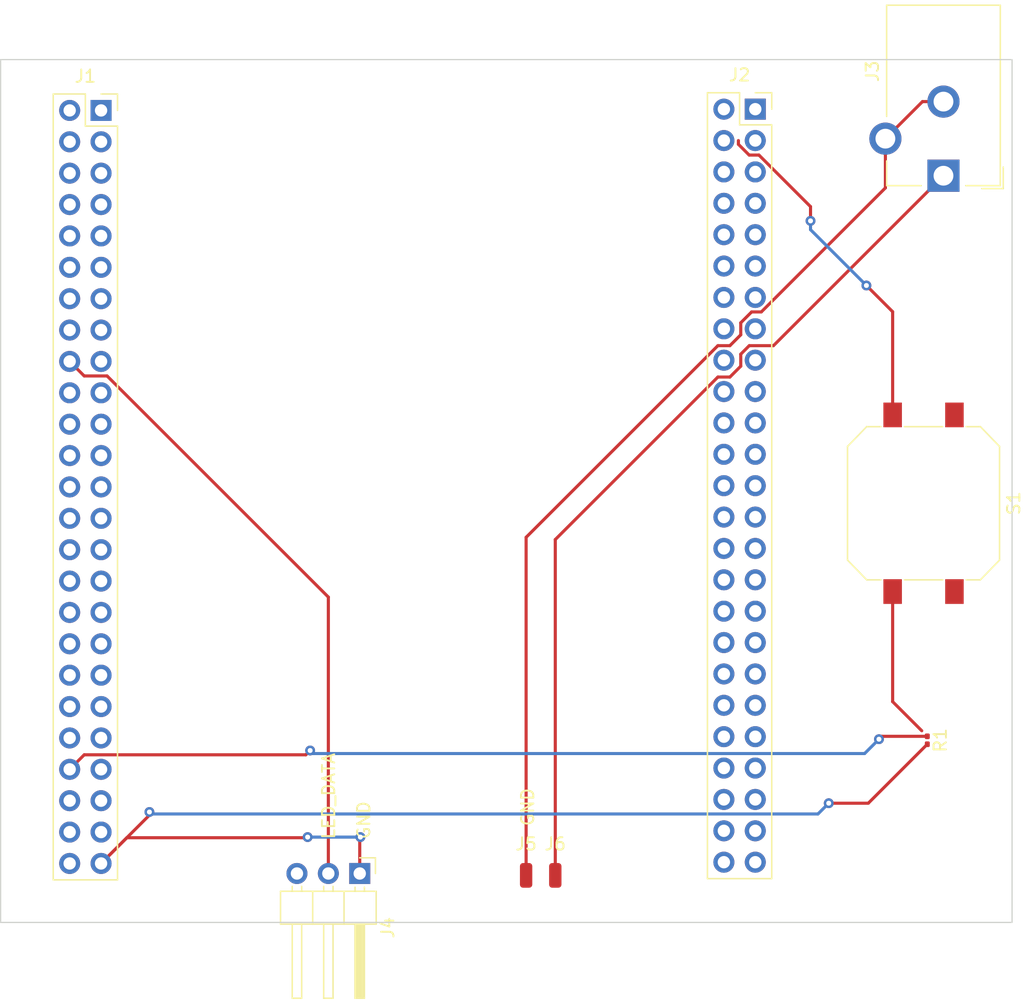
<source format=kicad_pcb>
(kicad_pcb (version 20221018) (generator pcbnew)
  (layers (0 "F.Cu" signal) (31 "B.Cu" signal) (34 "B.Paste" user) (35 "F.Paste" user) (36 "B.SilkS" user "B.Silkscreen") (37 "F.SilkS" user "F.Silkscreen") (38 "B.Mask" user) (39 "F.Mask" user) (44 "Edge.Cuts" user))
  (net 0 "")
  (net 1 "GND")
  (net 16 "LED_DATA")
  (net 42 "Button")
  (net 47 "+5V")
  (net 102 "GND_EXT")
  (footprint "Connector_Wire:SolderWirePad_1x01_SMD_1x2mm" (layer "F.Cu") (at 114.5772 121.158)
    (fp_text reference "J6" (at 0 -2.54) (layer "F.SilkS"))
    (fp_text value "Conn_01x01_Pin")
    (pad "1" smd roundrect (at 0 0) (size 1 2) (layers "F.Cu" "F.Paste" "F.Mask") (net 47 "+5V"))
  )
  (footprint "Connector_PinSocket_2.54mm:PinSocket_2x25_P2.54mm_Vertical" (layer "F.Cu") (at 130.7592 59.1312)
    (fp_text reference "J2" (at -1.27 -2.77) (layer "F.SilkS"))
    (fp_text value "Conn_02x25_Odd_Even")
    (fp_line (start -3.87 -1.33) (end -3.87 62.29) (stroke (width 0.12)) (layer "F.SilkS"))
    (fp_line (start -3.87 -1.33) (end -1.27 -1.33) (stroke (width 0.12)) (layer "F.SilkS"))
    (fp_line (start -3.87 62.29) (end 1.33 62.29) (stroke (width 0.12)) (layer "F.SilkS"))
    (fp_line (start -1.27 -1.33) (end -1.27 1.27) (stroke (width 0.12)) (layer "F.SilkS"))
    (fp_line (start -1.27 1.27) (end 1.33 1.27) (stroke (width 0.12)) (layer "F.SilkS"))
    (fp_line (start 0 -1.33) (end 1.33 -1.33) (stroke (width 0.12)) (layer "F.SilkS"))
    (fp_line (start 1.33 -1.33) (end 1.33 0) (stroke (width 0.12)) (layer "F.SilkS"))
    (fp_line (start 1.33 1.27) (end 1.33 62.29) (stroke (width 0.12)) (layer "F.SilkS"))
    (pad "1" thru_hole rect (at 0 0) (size 1.7 1.7) (drill 1) (layers "*.Cu" "*.Mask"))
    (pad "2" thru_hole oval (at -2.54 0) (size 1.7 1.7) (drill 1) (layers "*.Cu" "*.Mask"))
    (pad "3" thru_hole oval (at 0 2.54) (size 1.7 1.7) (drill 1) (layers "*.Cu" "*.Mask"))
    (pad "4" thru_hole oval (at -2.54 2.54) (size 1.7 1.7) (drill 1) (layers "*.Cu" "*.Mask") (net 47 "+5V"))
    (pad "5" thru_hole oval (at 0 5.08) (size 1.7 1.7) (drill 1) (layers "*.Cu" "*.Mask"))
    (pad "6" thru_hole oval (at -2.54 5.08) (size 1.7 1.7) (drill 1) (layers "*.Cu" "*.Mask"))
    (pad "7" thru_hole oval (at 0 7.62) (size 1.7 1.7) (drill 1) (layers "*.Cu" "*.Mask"))
    (pad "8" thru_hole oval (at -2.54 7.62) (size 1.7 1.7) (drill 1) (layers "*.Cu" "*.Mask"))
    (pad "9" thru_hole oval (at 0 10.16) (size 1.7 1.7) (drill 1) (layers "*.Cu" "*.Mask"))
    (pad "10" thru_hole oval (at -2.54 10.16) (size 1.7 1.7) (drill 1) (layers "*.Cu" "*.Mask"))
    (pad "11" thru_hole oval (at 0 12.7) (size 1.7 1.7) (drill 1) (layers "*.Cu" "*.Mask"))
    (pad "12" thru_hole oval (at -2.54 12.7) (size 1.7 1.7) (drill 1) (layers "*.Cu" "*.Mask"))
    (pad "13" thru_hole oval (at 0 15.24) (size 1.7 1.7) (drill 1) (layers "*.Cu" "*.Mask"))
    (pad "14" thru_hole oval (at -2.54 15.24) (size 1.7 1.7) (drill 1) (layers "*.Cu" "*.Mask"))
    (pad "15" thru_hole oval (at 0 17.78) (size 1.7 1.7) (drill 1) (layers "*.Cu" "*.Mask"))
    (pad "16" thru_hole oval (at -2.54 17.78) (size 1.7 1.7) (drill 1) (layers "*.Cu" "*.Mask"))
    (pad "17" thru_hole oval (at 0 20.32) (size 1.7 1.7) (drill 1) (layers "*.Cu" "*.Mask"))
    (pad "18" thru_hole oval (at -2.54 20.32) (size 1.7 1.7) (drill 1) (layers "*.Cu" "*.Mask"))
    (pad "19" thru_hole oval (at 0 22.86) (size 1.7 1.7) (drill 1) (layers "*.Cu" "*.Mask"))
    (pad "20" thru_hole oval (at -2.54 22.86) (size 1.7 1.7) (drill 1) (layers "*.Cu" "*.Mask"))
    (pad "21" thru_hole oval (at 0 25.4) (size 1.7 1.7) (drill 1) (layers "*.Cu" "*.Mask"))
    (pad "22" thru_hole oval (at -2.54 25.4) (size 1.7 1.7) (drill 1) (layers "*.Cu" "*.Mask"))
    (pad "23" thru_hole oval (at 0 27.94) (size 1.7 1.7) (drill 1) (layers "*.Cu" "*.Mask"))
    (pad "24" thru_hole oval (at -2.54 27.94) (size 1.7 1.7) (drill 1) (layers "*.Cu" "*.Mask"))
    (pad "25" thru_hole oval (at 0 30.48) (size 1.7 1.7) (drill 1) (layers "*.Cu" "*.Mask"))
    (pad "26" thru_hole oval (at -2.54 30.48) (size 1.7 1.7) (drill 1) (layers "*.Cu" "*.Mask"))
    (pad "27" thru_hole oval (at 0 33.02) (size 1.7 1.7) (drill 1) (layers "*.Cu" "*.Mask"))
    (pad "28" thru_hole oval (at -2.54 33.02) (size 1.7 1.7) (drill 1) (layers "*.Cu" "*.Mask"))
    (pad "29" thru_hole oval (at 0 35.56) (size 1.7 1.7) (drill 1) (layers "*.Cu" "*.Mask"))
    (pad "30" thru_hole oval (at -2.54 35.56) (size 1.7 1.7) (drill 1) (layers "*.Cu" "*.Mask"))
    (pad "31" thru_hole oval (at 0 38.1) (size 1.7 1.7) (drill 1) (layers "*.Cu" "*.Mask"))
    (pad "32" thru_hole oval (at -2.54 38.1) (size 1.7 1.7) (drill 1) (layers "*.Cu" "*.Mask"))
    (pad "33" thru_hole oval (at 0 40.64) (size 1.7 1.7) (drill 1) (layers "*.Cu" "*.Mask"))
    (pad "34" thru_hole oval (at -2.54 40.64) (size 1.7 1.7) (drill 1) (layers "*.Cu" "*.Mask"))
    (pad "35" thru_hole oval (at 0 43.18) (size 1.7 1.7) (drill 1) (layers "*.Cu" "*.Mask"))
    (pad "36" thru_hole oval (at -2.54 43.18) (size 1.7 1.7) (drill 1) (layers "*.Cu" "*.Mask"))
    (pad "37" thru_hole oval (at 0 45.72) (size 1.7 1.7) (drill 1) (layers "*.Cu" "*.Mask"))
    (pad "38" thru_hole oval (at -2.54 45.72) (size 1.7 1.7) (drill 1) (layers "*.Cu" "*.Mask"))
    (pad "39" thru_hole oval (at 0 48.26) (size 1.7 1.7) (drill 1) (layers "*.Cu" "*.Mask"))
    (pad "40" thru_hole oval (at -2.54 48.26) (size 1.7 1.7) (drill 1) (layers "*.Cu" "*.Mask"))
    (pad "41" thru_hole oval (at 0 50.8) (size 1.7 1.7) (drill 1) (layers "*.Cu" "*.Mask"))
    (pad "42" thru_hole oval (at -2.54 50.8) (size 1.7 1.7) (drill 1) (layers "*.Cu" "*.Mask"))
    (pad "43" thru_hole oval (at 0 53.34) (size 1.7 1.7) (drill 1) (layers "*.Cu" "*.Mask"))
    (pad "44" thru_hole oval (at -2.54 53.34) (size 1.7 1.7) (drill 1) (layers "*.Cu" "*.Mask"))
    (pad "45" thru_hole oval (at 0 55.88) (size 1.7 1.7) (drill 1) (layers "*.Cu" "*.Mask"))
    (pad "46" thru_hole oval (at -2.54 55.88) (size 1.7 1.7) (drill 1) (layers "*.Cu" "*.Mask"))
    (pad "47" thru_hole oval (at 0 58.42) (size 1.7 1.7) (drill 1) (layers "*.Cu" "*.Mask"))
    (pad "48" thru_hole oval (at -2.54 58.42) (size 1.7 1.7) (drill 1) (layers "*.Cu" "*.Mask"))
    (pad "49" thru_hole oval (at 0 60.96) (size 1.7 1.7) (drill 1) (layers "*.Cu" "*.Mask"))
    (pad "50" thru_hole oval (at -2.54 60.96) (size 1.7 1.7) (drill 1) (layers "*.Cu" "*.Mask"))
  )
  (footprint "Connector_PinSocket_2.54mm:PinSocket_2x25_P2.54mm_Vertical" (layer "F.Cu") (at 77.8256 59.2328)
    (fp_text reference "J1" (at -1.27 -2.77) (layer "F.SilkS"))
    (fp_text value "Conn_02x25_Odd_Even")
    (fp_line (start -3.87 -1.33) (end -3.87 62.29) (stroke (width 0.12)) (layer "F.SilkS"))
    (fp_line (start -3.87 -1.33) (end -1.27 -1.33) (stroke (width 0.12)) (layer "F.SilkS"))
    (fp_line (start -3.87 62.29) (end 1.33 62.29) (stroke (width 0.12)) (layer "F.SilkS"))
    (fp_line (start -1.27 -1.33) (end -1.27 1.27) (stroke (width 0.12)) (layer "F.SilkS"))
    (fp_line (start -1.27 1.27) (end 1.33 1.27) (stroke (width 0.12)) (layer "F.SilkS"))
    (fp_line (start 0 -1.33) (end 1.33 -1.33) (stroke (width 0.12)) (layer "F.SilkS"))
    (fp_line (start 1.33 -1.33) (end 1.33 0) (stroke (width 0.12)) (layer "F.SilkS"))
    (fp_line (start 1.33 1.27) (end 1.33 62.29) (stroke (width 0.12)) (layer "F.SilkS"))
    (pad "1" thru_hole rect (at 0 0) (size 1.7 1.7) (drill 1) (layers "*.Cu" "*.Mask"))
    (pad "2" thru_hole oval (at -2.54 0) (size 1.7 1.7) (drill 1) (layers "*.Cu" "*.Mask"))
    (pad "3" thru_hole oval (at 0 2.54) (size 1.7 1.7) (drill 1) (layers "*.Cu" "*.Mask"))
    (pad "4" thru_hole oval (at -2.54 2.54) (size 1.7 1.7) (drill 1) (layers "*.Cu" "*.Mask"))
    (pad "5" thru_hole oval (at 0 5.08) (size 1.7 1.7) (drill 1) (layers "*.Cu" "*.Mask"))
    (pad "6" thru_hole oval (at -2.54 5.08) (size 1.7 1.7) (drill 1) (layers "*.Cu" "*.Mask"))
    (pad "7" thru_hole oval (at 0 7.62) (size 1.7 1.7) (drill 1) (layers "*.Cu" "*.Mask"))
    (pad "8" thru_hole oval (at -2.54 7.62) (size 1.7 1.7) (drill 1) (layers "*.Cu" "*.Mask"))
    (pad "9" thru_hole oval (at 0 10.16) (size 1.7 1.7) (drill 1) (layers "*.Cu" "*.Mask"))
    (pad "10" thru_hole oval (at -2.54 10.16) (size 1.7 1.7) (drill 1) (layers "*.Cu" "*.Mask"))
    (pad "11" thru_hole oval (at 0 12.7) (size 1.7 1.7) (drill 1) (layers "*.Cu" "*.Mask"))
    (pad "12" thru_hole oval (at -2.54 12.7) (size 1.7 1.7) (drill 1) (layers "*.Cu" "*.Mask"))
    (pad "13" thru_hole oval (at 0 15.24) (size 1.7 1.7) (drill 1) (layers "*.Cu" "*.Mask"))
    (pad "14" thru_hole oval (at -2.54 15.24) (size 1.7 1.7) (drill 1) (layers "*.Cu" "*.Mask"))
    (pad "15" thru_hole oval (at 0 17.78) (size 1.7 1.7) (drill 1) (layers "*.Cu" "*.Mask"))
    (pad "16" thru_hole oval (at -2.54 17.78) (size 1.7 1.7) (drill 1) (layers "*.Cu" "*.Mask"))
    (pad "17" thru_hole oval (at 0 20.32) (size 1.7 1.7) (drill 1) (layers "*.Cu" "*.Mask"))
    (pad "18" thru_hole oval (at -2.54 20.32) (size 1.7 1.7) (drill 1) (layers "*.Cu" "*.Mask") (net 16 "LED_DATA"))
    (pad "19" thru_hole oval (at 0 22.86) (size 1.7 1.7) (drill 1) (layers "*.Cu" "*.Mask"))
    (pad "20" thru_hole oval (at -2.54 22.86) (size 1.7 1.7) (drill 1) (layers "*.Cu" "*.Mask"))
    (pad "21" thru_hole oval (at 0 25.4) (size 1.7 1.7) (drill 1) (layers "*.Cu" "*.Mask"))
    (pad "22" thru_hole oval (at -2.54 25.4) (size 1.7 1.7) (drill 1) (layers "*.Cu" "*.Mask"))
    (pad "23" thru_hole oval (at 0 27.94) (size 1.7 1.7) (drill 1) (layers "*.Cu" "*.Mask"))
    (pad "24" thru_hole oval (at -2.54 27.94) (size 1.7 1.7) (drill 1) (layers "*.Cu" "*.Mask"))
    (pad "25" thru_hole oval (at 0 30.48) (size 1.7 1.7) (drill 1) (layers "*.Cu" "*.Mask"))
    (pad "26" thru_hole oval (at -2.54 30.48) (size 1.7 1.7) (drill 1) (layers "*.Cu" "*.Mask"))
    (pad "27" thru_hole oval (at 0 33.02) (size 1.7 1.7) (drill 1) (layers "*.Cu" "*.Mask"))
    (pad "28" thru_hole oval (at -2.54 33.02) (size 1.7 1.7) (drill 1) (layers "*.Cu" "*.Mask"))
    (pad "29" thru_hole oval (at 0 35.56) (size 1.7 1.7) (drill 1) (layers "*.Cu" "*.Mask"))
    (pad "30" thru_hole oval (at -2.54 35.56) (size 1.7 1.7) (drill 1) (layers "*.Cu" "*.Mask"))
    (pad "31" thru_hole oval (at 0 38.1) (size 1.7 1.7) (drill 1) (layers "*.Cu" "*.Mask"))
    (pad "32" thru_hole oval (at -2.54 38.1) (size 1.7 1.7) (drill 1) (layers "*.Cu" "*.Mask"))
    (pad "33" thru_hole oval (at 0 40.64) (size 1.7 1.7) (drill 1) (layers "*.Cu" "*.Mask"))
    (pad "34" thru_hole oval (at -2.54 40.64) (size 1.7 1.7) (drill 1) (layers "*.Cu" "*.Mask"))
    (pad "35" thru_hole oval (at 0 43.18) (size 1.7 1.7) (drill 1) (layers "*.Cu" "*.Mask"))
    (pad "36" thru_hole oval (at -2.54 43.18) (size 1.7 1.7) (drill 1) (layers "*.Cu" "*.Mask"))
    (pad "37" thru_hole oval (at 0 45.72) (size 1.7 1.7) (drill 1) (layers "*.Cu" "*.Mask"))
    (pad "38" thru_hole oval (at -2.54 45.72) (size 1.7 1.7) (drill 1) (layers "*.Cu" "*.Mask"))
    (pad "39" thru_hole oval (at 0 48.26) (size 1.7 1.7) (drill 1) (layers "*.Cu" "*.Mask"))
    (pad "40" thru_hole oval (at -2.54 48.26) (size 1.7 1.7) (drill 1) (layers "*.Cu" "*.Mask"))
    (pad "41" thru_hole oval (at 0 50.8) (size 1.7 1.7) (drill 1) (layers "*.Cu" "*.Mask"))
    (pad "42" thru_hole oval (at -2.54 50.8) (size 1.7 1.7) (drill 1) (layers "*.Cu" "*.Mask"))
    (pad "43" thru_hole oval (at 0 53.34) (size 1.7 1.7) (drill 1) (layers "*.Cu" "*.Mask"))
    (pad "44" thru_hole oval (at -2.54 53.34) (size 1.7 1.7) (drill 1) (layers "*.Cu" "*.Mask") (net 42 "Button"))
    (pad "45" thru_hole oval (at 0 55.88) (size 1.7 1.7) (drill 1) (layers "*.Cu" "*.Mask"))
    (pad "46" thru_hole oval (at -2.54 55.88) (size 1.7 1.7) (drill 1) (layers "*.Cu" "*.Mask"))
    (pad "47" thru_hole oval (at 0 58.42) (size 1.7 1.7) (drill 1) (layers "*.Cu" "*.Mask"))
    (pad "48" thru_hole oval (at -2.54 58.42) (size 1.7 1.7) (drill 1) (layers "*.Cu" "*.Mask"))
    (pad "49" thru_hole oval (at 0 60.96) (size 1.7 1.7) (drill 1) (layers "*.Cu" "*.Mask") (net 1 "GND"))
    (pad "50" thru_hole oval (at -2.54 60.96) (size 1.7 1.7) (drill 1) (layers "*.Cu" "*.Mask"))
  )
  (footprint "Button_Switch_SMD:SW_Push_1P1T_NO_CK_PTS125Sx43PSMTR" (layer "F.Cu") (at 144.3736 91.0336 -90)
    (fp_text reference "S1" (at 0 -7.3 90) (layer "F.SilkS"))
    (fp_text value "PTS125SM43SMTR21M_LFS")
    (fp_line (start -6.2 -4.6) (end -4.6 -6.15) (stroke (width 0.12)) (layer "F.SilkS"))
    (fp_line (start -6.2 -3.45) (end -6.2 -4.6) (stroke (width 0.12)) (layer "F.SilkS"))
    (fp_line (start -6.2 -1.55) (end -6.2 1.55) (stroke (width 0.12)) (layer "F.SilkS"))
    (fp_line (start -6.2 3.45) (end -6.2 4.6) (stroke (width 0.12)) (layer "F.SilkS"))
    (fp_line (start -6.2 4.6) (end -4.6 6.15) (stroke (width 0.12)) (layer "F.SilkS"))
    (fp_line (start -4.6 -6.15) (end 4.6 -6.15) (stroke (width 0.12)) (layer "F.SilkS"))
    (fp_line (start -4.6 6.15) (end 4.6 6.15) (stroke (width 0.12)) (layer "F.SilkS"))
    (fp_line (start 4.6 -6.15) (end 6.2 -4.6) (stroke (width 0.12)) (layer "F.SilkS"))
    (fp_line (start 4.6 6.15) (end 6.2 4.6) (stroke (width 0.12)) (layer "F.SilkS"))
    (fp_line (start 6.2 -3.45) (end 6.2 -4.6) (stroke (width 0.12)) (layer "F.SilkS"))
    (fp_line (start 6.2 -1.55) (end 6.2 1.55) (stroke (width 0.12)) (layer "F.SilkS"))
    (fp_line (start 6.2 3.45) (end 6.2 4.6) (stroke (width 0.12)) (layer "F.SilkS"))
    (pad "" np_thru_hole circle (at 0 -4.5 270) (size 2 2) (drill 2) (layers "*.Cu" "*.Mask"))
    (pad "" np_thru_hole circle (at 0 4.5 270) (size 2 2) (drill 2) (layers "*.Cu" "*.Mask"))
    (pad "1" smd rect (at -7.15 -2.5 270) (size 2 1.5) (layers "F.Cu" "F.Paste" "F.Mask"))
    (pad "1" smd rect (at 7.15 -2.5 270) (size 2 1.5) (layers "F.Cu" "F.Paste" "F.Mask"))
    (pad "2" smd rect (at -7.15 2.5 270) (size 2 1.5) (layers "F.Cu" "F.Paste" "F.Mask"))
    (pad "2" smd rect (at 7.15 2.5 270) (size 2 1.5) (layers "F.Cu" "F.Paste" "F.Mask"))
  )
  (footprint "Resistor_SMD:R_0201_0603Metric" (layer "F.Cu") (at 144.6784 110.2208 -90)
    (fp_text reference "R1" (at 0 -1.05 90) (layer "F.SilkS"))
    (fp_text value "10k")
    (pad "1" smd roundrect (at -0.32 0 270) (size 0.46 0.4) (layers "F.Cu" "F.Mask") (net 42 "Button"))
    (pad "2" smd roundrect (at 0.32 0 270) (size 0.46 0.4) (layers "F.Cu" "F.Mask") (net 1 "GND"))
  )
  (footprint "Connector_Wire:SolderWirePad_1x01_SMD_1x2mm" (layer "F.Cu") (at 112.2172 121.158)
    (fp_text reference "J5" (at 0 -2.54) (layer "F.SilkS"))
    (fp_text value "Conn_01x01_Pin")
    (pad "1" smd roundrect (at 0 0) (size 1 2) (layers "F.Cu" "F.Paste" "F.Mask") (net 102 "GND_EXT"))
  )
  (footprint "Connector_BarrelJack:BarrelJack_CUI_PJ-102AH_Horizontal" (layer "F.Cu") (at 145.9872 64.5184 180)
    (fp_text reference "J3" (at 5.75 8.45 90) (layer "F.SilkS"))
    (fp_text value "Barrel_Jack_Switch")
    (fp_line (start -4.84 -1.04) (end -3.1 -1.04) (stroke (width 0.12)) (layer "F.SilkS"))
    (fp_line (start -4.84 0.7) (end -4.84 -1.04) (stroke (width 0.12)) (layer "F.SilkS"))
    (fp_line (start -4.6 -0.8) (end -1.8 -0.8) (stroke (width 0.12)) (layer "F.SilkS"))
    (fp_line (start -4.6 13.8) (end -4.6 -0.8) (stroke (width 0.12)) (layer "F.SilkS"))
    (fp_line (start 1.8 -0.8) (end 4.6 -0.8) (stroke (width 0.12)) (layer "F.SilkS"))
    (fp_line (start 4.6 -0.8) (end 4.6 1.2) (stroke (width 0.12)) (layer "F.SilkS"))
    (fp_line (start 4.6 4.8) (end 4.6 13.8) (stroke (width 0.12)) (layer "F.SilkS"))
    (fp_line (start 4.6 13.8) (end -4.6 13.8) (stroke (width 0.12)) (layer "F.SilkS"))
    (pad "1" thru_hole rect (at 0 0 180) (size 2.6 2.6) (drill 1.6) (layers "*.Cu" "*.Mask") (net 47 "+5V"))
    (pad "2" thru_hole circle (at 0 6 180) (size 2.6 2.6) (drill 1.6) (layers "*.Cu" "*.Mask") (net 102 "GND_EXT"))
    (pad "3" thru_hole circle (at 4.7 3 180) (size 2.6 2.6) (drill 1.6) (layers "*.Cu" "*.Mask") (net 102 "GND_EXT"))
  )
  (footprint "Connector_PinHeader_2.54mm:PinHeader_1x03_P2.54mm_Horizontal" (layer "F.Cu") (at 98.7552 121.0056 -90)
    (fp_text reference "J4" (at 4.385 -2.27 90) (layer "F.SilkS"))
    (fp_text value "Conn_01x03")
    (fp_line (start -1.27 -1.27) (end 0 -1.27) (stroke (width 0.12)) (layer "F.SilkS"))
    (fp_line (start -1.27 0) (end -1.27 -1.27) (stroke (width 0.12)) (layer "F.SilkS"))
    (fp_line (start 1.042929 2.16) (end 1.44 2.16) (stroke (width 0.12)) (layer "F.SilkS"))
    (fp_line (start 1.042929 2.92) (end 1.44 2.92) (stroke (width 0.12)) (layer "F.SilkS"))
    (fp_line (start 1.042929 4.7) (end 1.44 4.7) (stroke (width 0.12)) (layer "F.SilkS"))
    (fp_line (start 1.042929 5.46) (end 1.44 5.46) (stroke (width 0.12)) (layer "F.SilkS"))
    (fp_line (start 1.11 -0.38) (end 1.44 -0.38) (stroke (width 0.12)) (layer "F.SilkS"))
    (fp_line (start 1.11 0.38) (end 1.44 0.38) (stroke (width 0.12)) (layer "F.SilkS"))
    (fp_line (start 1.44 -1.33) (end 1.44 6.41) (stroke (width 0.12)) (layer "F.SilkS"))
    (fp_line (start 1.44 1.27) (end 4.1 1.27) (stroke (width 0.12)) (layer "F.SilkS"))
    (fp_line (start 1.44 3.81) (end 4.1 3.81) (stroke (width 0.12)) (layer "F.SilkS"))
    (fp_line (start 1.44 6.41) (end 4.1 6.41) (stroke (width 0.12)) (layer "F.SilkS"))
    (fp_line (start 4.1 -1.33) (end 1.44 -1.33) (stroke (width 0.12)) (layer "F.SilkS"))
    (fp_line (start 4.1 -0.38) (end 10.1 -0.38) (stroke (width 0.12)) (layer "F.SilkS"))
    (fp_line (start 4.1 -0.32) (end 10.1 -0.32) (stroke (width 0.12)) (layer "F.SilkS"))
    (fp_line (start 4.1 -0.2) (end 10.1 -0.2) (stroke (width 0.12)) (layer "F.SilkS"))
    (fp_line (start 4.1 -0.08) (end 10.1 -0.08) (stroke (width 0.12)) (layer "F.SilkS"))
    (fp_line (start 4.1 0.04) (end 10.1 0.04) (stroke (width 0.12)) (layer "F.SilkS"))
    (fp_line (start 4.1 0.16) (end 10.1 0.16) (stroke (width 0.12)) (layer "F.SilkS"))
    (fp_line (start 4.1 0.28) (end 10.1 0.28) (stroke (width 0.12)) (layer "F.SilkS"))
    (fp_line (start 4.1 2.16) (end 10.1 2.16) (stroke (width 0.12)) (layer "F.SilkS"))
    (fp_line (start 4.1 4.7) (end 10.1 4.7) (stroke (width 0.12)) (layer "F.SilkS"))
    (fp_line (start 4.1 6.41) (end 4.1 -1.33) (stroke (width 0.12)) (layer "F.SilkS"))
    (fp_line (start 10.1 -0.38) (end 10.1 0.38) (stroke (width 0.12)) (layer "F.SilkS"))
    (fp_line (start 10.1 0.38) (end 4.1 0.38) (stroke (width 0.12)) (layer "F.SilkS"))
    (fp_line (start 10.1 2.16) (end 10.1 2.92) (stroke (width 0.12)) (layer "F.SilkS"))
    (fp_line (start 10.1 2.92) (end 4.1 2.92) (stroke (width 0.12)) (layer "F.SilkS"))
    (fp_line (start 10.1 4.7) (end 10.1 5.46) (stroke (width 0.12)) (layer "F.SilkS"))
    (fp_line (start 10.1 5.46) (end 4.1 5.46) (stroke (width 0.12)) (layer "F.SilkS"))
    (pad "1" thru_hole rect (at 0 0 270) (size 1.7 1.7) (drill 1) (layers "*.Cu" "*.Mask") (net 1 "GND"))
    (pad "2" thru_hole oval (at 0 2.54 270) (size 1.7 1.7) (drill 1) (layers "*.Cu" "*.Mask") (net 16 "LED_DATA"))
    (pad "3" thru_hole oval (at 0 5.08 270) (size 1.7 1.7) (drill 1) (layers "*.Cu" "*.Mask"))
  )
  (gr_rect (start 69.6976 55.118) (end 151.5364 124.968) (stroke (width 0.1)) (fill none) (layer "Edge.Cuts"))
  (gr_text "GND" (at 99.6696 118.3132 90) (layer "F.SilkS") (effects (font (size 1 1)) (justify left bottom)))
  (gr_text "GND" (at 112.9284 117.2464 90) (layer "F.SilkS") (effects (font (size 1 1)) (justify left bottom)))
  (gr_text "LED_DATA" (at 96.8248 118.3132 90) (layer "F.SilkS") (effects (font (size 1 1)) (justify left bottom)))
  (segment (start 130.2644 62.8462) (end 129.3942 61.976) (width 0.25) (layer "F.Cu") (net 0))
  (segment (start 141.8736 107.096) (end 141.8736 98.1836) (width 0.25) (layer "F.Cu") (net 0))
  (segment (start 141.8736 83.8836) (end 141.8736 75.5288) (width 0.25) (layer "F.Cu") (net 0))
  (segment (start 141.8736 75.5288) (end 139.7508 73.406) (width 0.25) (layer "F.Cu") (net 0))
  (segment (start 144.2284 109.4508) (end 141.8736 107.096) (width 0.25) (layer "F.Cu") (net 0))
  (segment (start 129.3942 61.976) (end 129.3942 61.6712) (width 0.25) (layer "F.Cu") (net 0))
  (segment (start 135.2296 68.1736) (end 135.2296 67.019899) (width 0.25) (layer "F.Cu") (net 0))
  (segment (start 135.2296 67.019899) (end 131.055901 62.8462) (width 0.25) (layer "F.Cu") (net 0))
  (segment (start 131.055901 62.8462) (end 130.2644 62.8462) (width 0.25) (layer "F.Cu") (net 0))
  (via (at 139.7508 73.406) (size 0.8) (drill 0.4) (layers "F.Cu" "B.Cu") (net 0))
  (via (at 135.2296 68.1736) (size 0.8) (drill 0.4) (layers "F.Cu" "B.Cu") (net 0))
  (segment (start 139.7508 73.406) (end 135.2296 68.8848) (width 0.25) (layer "B.Cu") (net 0))
  (segment (start 135.2296 68.8848) (end 135.2296 68.1736) (width 0.25) (layer "B.Cu") (net 0))
  (segment (start 81.7372 116.2812) (end 77.8256 120.1928) (width 0.25) (layer "F.Cu") (net 1))
  (segment (start 81.7372 116.0272) (end 81.7372 116.2812) (width 0.25) (layer "F.Cu") (net 1))
  (segment (start 79.9084 118.11) (end 94.488 118.11) (width 0.25) (layer "F.Cu") (net 1))
  (segment (start 139.9032 115.316) (end 136.7028 115.316) (width 0.25) (layer "F.Cu") (net 1))
  (segment (start 94.488 118.11) (end 94.5388 118.0592) (width 0.25) (layer "F.Cu") (net 1))
  (segment (start 144.6784 110.5408) (end 139.9032 115.316) (width 0.25) (layer "F.Cu") (net 1))
  (segment (start 79.9084 118.11) (end 77.8256 120.1928) (width 0.25) (layer "F.Cu") (net 1))
  (segment (start 98.7552 118.11) (end 98.7552 121.0056) (width 0.25) (layer "F.Cu") (net 1))
  (segment (start 98.806 118.0592) (end 98.7552 118.11) (width 0.25) (layer "F.Cu") (net 1))
  (via (at 136.7028 115.316) (size 0.8) (drill 0.4) (layers "F.Cu" "B.Cu") (net 1))
  (via (at 98.806 118.0592) (size 0.8) (drill 0.4) (layers "F.Cu" "B.Cu") (net 1))
  (via (at 94.5388 118.0592) (size 0.8) (drill 0.4) (layers "F.Cu" "B.Cu") (net 1))
  (via (at 81.7372 116.0272) (size 0.8) (drill 0.4) (layers "F.Cu" "B.Cu") (net 1))
  (segment (start 136.7028 115.316) (end 135.8326 116.1862) (width 0.25) (layer "B.Cu") (net 1))
  (segment (start 94.5388 118.0592) (end 98.806 118.0592) (width 0.25) (layer "B.Cu") (net 1))
  (segment (start 135.8326 116.1862) (end 81.8962 116.1862) (width 0.25) (layer "B.Cu") (net 1))
  (segment (start 81.8962 116.1862) (end 81.7372 116.0272) (width 0.25) (layer "B.Cu") (net 1))
  (segment (start 96.2152 98.630699) (end 78.312301 80.7278) (width 0.25) (layer "F.Cu") (net 16))
  (segment (start 76.4606 80.7278) (end 75.2856 79.5528) (width 0.25) (layer "F.Cu") (net 16))
  (segment (start 78.312301 80.7278) (end 76.4606 80.7278) (width 0.25) (layer "F.Cu") (net 16))
  (segment (start 96.2152 121.0056) (end 96.2152 98.630699) (width 0.25) (layer "F.Cu") (net 16))
  (segment (start 94.393 111.3978) (end 94.742 111.0488) (width 0.25) (layer "F.Cu") (net 42))
  (segment (start 76.4606 111.3978) (end 94.393 111.3978) (width 0.25) (layer "F.Cu") (net 42))
  (segment (start 141.0004 109.9008) (end 144.6784 109.9008) (width 0.25) (layer "F.Cu") (net 42))
  (segment (start 140.7668 110.1344) (end 141.0004 109.9008) (width 0.25) (layer "F.Cu") (net 42))
  (segment (start 75.2856 112.5728) (end 76.4606 111.3978) (width 0.25) (layer "F.Cu") (net 42))
  (via (at 140.7668 110.1344) (size 0.8) (drill 0.4) (layers "F.Cu" "B.Cu") (net 42))
  (via (at 94.742 111.0488) (size 0.8) (drill 0.4) (layers "F.Cu" "B.Cu") (net 42))
  (segment (start 94.9894 111.2962) (end 139.605 111.2962) (width 0.25) (layer "B.Cu") (net 42))
  (segment (start 94.742 111.0488) (end 94.9894 111.2962) (width 0.25) (layer "B.Cu") (net 42))
  (segment (start 139.605 111.2962) (end 140.7668 110.1344) (width 0.25) (layer "B.Cu") (net 42))
  (segment (start 132.2294 78.2762) (end 145.9872 64.5184) (width 0.25) (layer "F.Cu") (net 47))
  (segment (start 130.272499 78.2762) (end 132.2294 78.2762) (width 0.25) (layer "F.Cu") (net 47))
  (segment (start 114.5772 93.971499) (end 127.732499 80.8162) (width 0.25) (layer "F.Cu") (net 47))
  (segment (start 128.705901 80.8162) (end 129.5842 79.937901) (width 0.25) (layer "F.Cu") (net 47))
  (segment (start 127.732499 80.8162) (end 128.705901 80.8162) (width 0.25) (layer "F.Cu") (net 47))
  (segment (start 129.5842 79.937901) (end 129.5842 78.964499) (width 0.25) (layer "F.Cu") (net 47))
  (segment (start 129.5842 78.964499) (end 130.272499 78.2762) (width 0.25) (layer "F.Cu") (net 47))
  (segment (start 114.5772 121.158) (end 114.5772 93.971499) (width 0.25) (layer "F.Cu") (net 47))
  (segment (start 128.705901 78.2762) (end 129.5842 77.397901) (width 0.25) (layer "F.Cu") (net 102))
  (segment (start 130.462499 75.5462) (end 131.245901 75.5462) (width 0.25) (layer "F.Cu") (net 102))
  (segment (start 112.2172 121.158) (end 112.2172 93.791499) (width 0.25) (layer "F.Cu") (net 102))
  (segment (start 127.732499 78.2762) (end 128.705901 78.2762) (width 0.25) (layer "F.Cu") (net 102))
  (segment (start 144.2872 58.5184) (end 145.9872 58.5184) (width 0.25) (layer "F.Cu") (net 102))
  (segment (start 129.5842 76.424499) (end 130.462499 75.5462) (width 0.25) (layer "F.Cu") (net 102))
  (segment (start 131.245901 75.5462) (end 141.2872 65.504901) (width 0.25) (layer "F.Cu") (net 102))
  (segment (start 112.2172 93.791499) (end 127.732499 78.2762) (width 0.25) (layer "F.Cu") (net 102))
  (segment (start 141.2872 65.504901) (end 141.2872 61.5184) (width 0.25) (layer "F.Cu") (net 102))
  (segment (start 129.5842 77.397901) (end 129.5842 76.424499) (width 0.25) (layer "F.Cu") (net 102))
  (segment (start 141.2872 61.5184) (end 144.2872 58.5184) (width 0.25) (layer "F.Cu") (net 102))
)
</source>
